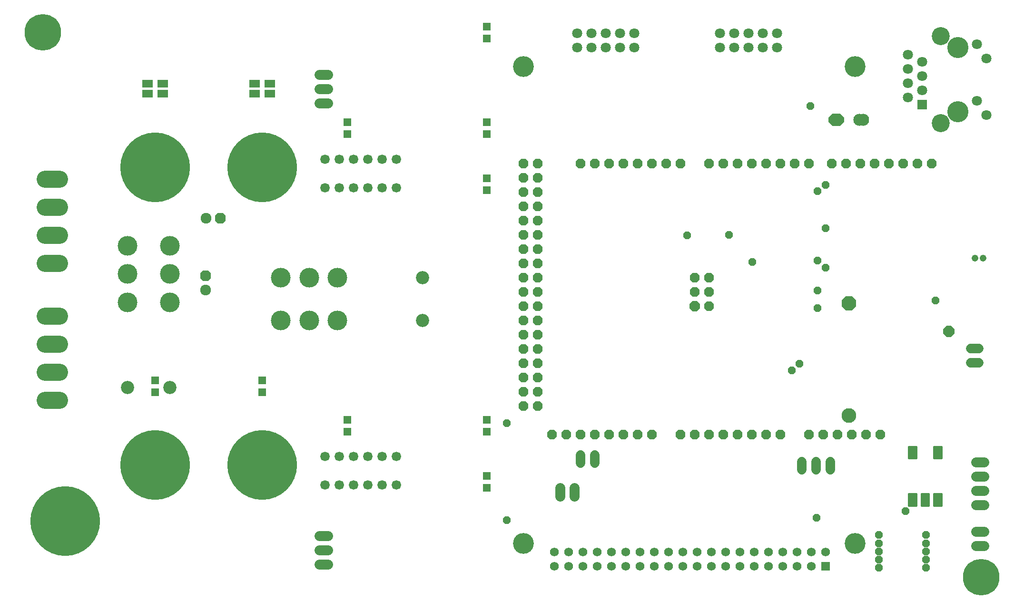
<source format=gbs>
G75*
G70*
%OFA0B0*%
%FSLAX24Y24*%
%IPPOS*%
%LPD*%
%AMOC8*
5,1,8,0,0,1.08239X$1,22.5*
%
%ADD10C,0.0712*%
%ADD11C,0.4885*%
%ADD12C,0.0618*%
%ADD13R,0.0618X0.0618*%
%ADD14C,0.1460*%
%ADD15R,0.0567X0.0567*%
%ADD16C,0.0672*%
%ADD17C,0.0712*%
%ADD18C,0.0476*%
%ADD19OC8,0.0780*%
%ADD20C,0.0840*%
%ADD21OC8,0.0840*%
%ADD22C,0.0099*%
%ADD23R,0.0712X0.0712*%
%ADD24C,0.1480*%
%ADD25C,0.1263*%
%ADD26OC8,0.0756*%
%ADD27C,0.0756*%
%ADD28C,0.1032*%
%ADD29OC8,0.1032*%
%ADD30OC8,0.0665*%
%ADD31OC8,0.0720*%
%ADD32C,0.0665*%
%ADD33R,0.0760X0.0543*%
%ADD34C,0.1200*%
%ADD35C,0.1381*%
%ADD36C,0.0921*%
%ADD37OC8,0.0523*%
%ADD38C,0.2562*%
D10*
X033337Y008211D02*
X033931Y008211D01*
X033931Y009211D02*
X033337Y009211D01*
X033337Y010211D02*
X033931Y010211D01*
X050184Y012989D02*
X050184Y013583D01*
X051184Y013583D02*
X051184Y012989D01*
X079311Y013386D02*
X079905Y013386D01*
X079905Y014386D02*
X079311Y014386D01*
X079311Y015386D02*
X079905Y015386D01*
X079905Y012386D02*
X079311Y012386D01*
X079312Y010511D02*
X079906Y010511D01*
X079906Y009511D02*
X079312Y009511D01*
X033931Y040536D02*
X033337Y040536D01*
X033337Y041536D02*
X033931Y041536D01*
X033931Y042536D02*
X033337Y042536D01*
D11*
X015520Y011248D03*
X021819Y015185D03*
X029319Y015185D03*
X029319Y036051D03*
X021819Y036051D03*
D12*
X049784Y009086D03*
X050784Y009086D03*
X051784Y009086D03*
X052784Y009086D03*
X053784Y009086D03*
X054784Y009086D03*
X055784Y009086D03*
X056784Y009086D03*
X057784Y009086D03*
X058784Y009086D03*
X059784Y009086D03*
X060784Y009086D03*
X061784Y009086D03*
X062784Y009086D03*
X063784Y009086D03*
X064784Y009086D03*
X065784Y009086D03*
X066784Y009086D03*
X067784Y009086D03*
X068784Y009086D03*
X067784Y008086D03*
X066784Y008086D03*
X065784Y008086D03*
X064784Y008086D03*
X063784Y008086D03*
X062784Y008086D03*
X061784Y008086D03*
X060784Y008086D03*
X059784Y008086D03*
X058784Y008086D03*
X057784Y008086D03*
X056784Y008086D03*
X055784Y008086D03*
X054784Y008086D03*
X053784Y008086D03*
X052784Y008086D03*
X051784Y008086D03*
X050784Y008086D03*
X049784Y008086D03*
D13*
X068784Y008086D03*
D14*
X070847Y009661D03*
X047619Y009661D03*
X047619Y043125D03*
X070847Y043125D03*
D15*
X045048Y045086D03*
X045048Y045913D03*
X045048Y039220D03*
X045048Y038393D03*
X045048Y035283D03*
X045048Y034456D03*
X035303Y038393D03*
X035303Y039220D03*
X029319Y021110D03*
X029319Y020283D03*
X035303Y018354D03*
X035303Y017527D03*
X045048Y017527D03*
X045048Y018354D03*
X045048Y014417D03*
X045048Y013590D03*
X021819Y020283D03*
X021819Y021110D03*
D16*
X051634Y015866D02*
X051634Y015306D01*
X052634Y015306D02*
X052634Y015866D01*
X067134Y015416D02*
X067134Y014856D01*
X068134Y014856D02*
X068134Y015416D01*
X069134Y015416D02*
X069134Y014856D01*
X078954Y022336D02*
X079514Y022336D01*
X079514Y023336D02*
X078954Y023336D01*
D17*
X080059Y039696D03*
X079390Y040696D03*
X075559Y041436D03*
X074559Y041936D03*
X074559Y040936D03*
X075559Y042436D03*
X074559Y042936D03*
X075559Y043436D03*
X074559Y043936D03*
X079390Y044676D03*
X080059Y043676D03*
X065384Y044436D03*
X065384Y045436D03*
X064384Y045436D03*
X063384Y045436D03*
X062384Y045436D03*
X061384Y045436D03*
X061384Y044436D03*
X062384Y044436D03*
X063384Y044436D03*
X064384Y044436D03*
X055384Y044436D03*
X055384Y045436D03*
X054384Y045436D03*
X053384Y045436D03*
X052384Y045436D03*
X051384Y045436D03*
X051384Y044436D03*
X052384Y044436D03*
X053384Y044436D03*
X054384Y044436D03*
D18*
X079259Y029686D03*
X079810Y029686D03*
D19*
X077409Y024536D03*
D20*
X071409Y039386D03*
X071159Y039386D03*
D21*
X069659Y039386D03*
X069409Y039386D03*
D22*
X075151Y016470D02*
X075151Y015632D01*
X074589Y015632D01*
X074589Y016470D01*
X075151Y016470D01*
X075151Y015730D02*
X074589Y015730D01*
X074589Y015828D02*
X075151Y015828D01*
X075151Y015926D02*
X074589Y015926D01*
X074589Y016024D02*
X075151Y016024D01*
X075151Y016122D02*
X074589Y016122D01*
X074589Y016220D02*
X075151Y016220D01*
X075151Y016318D02*
X074589Y016318D01*
X074589Y016416D02*
X075151Y016416D01*
X076923Y016470D02*
X076923Y015632D01*
X076361Y015632D01*
X076361Y016470D01*
X076923Y016470D01*
X076923Y015730D02*
X076361Y015730D01*
X076361Y015828D02*
X076923Y015828D01*
X076923Y015926D02*
X076361Y015926D01*
X076361Y016024D02*
X076923Y016024D01*
X076923Y016122D02*
X076361Y016122D01*
X076361Y016220D02*
X076923Y016220D01*
X076923Y016318D02*
X076361Y016318D01*
X076361Y016416D02*
X076923Y016416D01*
X076923Y013163D02*
X076923Y012325D01*
X076361Y012325D01*
X076361Y013163D01*
X076923Y013163D01*
X076923Y012423D02*
X076361Y012423D01*
X076361Y012521D02*
X076923Y012521D01*
X076923Y012619D02*
X076361Y012619D01*
X076361Y012717D02*
X076923Y012717D01*
X076923Y012815D02*
X076361Y012815D01*
X076361Y012913D02*
X076923Y012913D01*
X076923Y013011D02*
X076361Y013011D01*
X076361Y013109D02*
X076923Y013109D01*
X076037Y013163D02*
X076037Y012325D01*
X075475Y012325D01*
X075475Y013163D01*
X076037Y013163D01*
X076037Y012423D02*
X075475Y012423D01*
X075475Y012521D02*
X076037Y012521D01*
X076037Y012619D02*
X075475Y012619D01*
X075475Y012717D02*
X076037Y012717D01*
X076037Y012815D02*
X075475Y012815D01*
X075475Y012913D02*
X076037Y012913D01*
X076037Y013011D02*
X075475Y013011D01*
X075475Y013109D02*
X076037Y013109D01*
X075151Y013163D02*
X075151Y012325D01*
X074589Y012325D01*
X074589Y013163D01*
X075151Y013163D01*
X075151Y012423D02*
X074589Y012423D01*
X074589Y012521D02*
X075151Y012521D01*
X075151Y012619D02*
X074589Y012619D01*
X074589Y012717D02*
X075151Y012717D01*
X075151Y012815D02*
X074589Y012815D01*
X074589Y012913D02*
X075151Y012913D01*
X075151Y013011D02*
X074589Y013011D01*
X074589Y013109D02*
X075151Y013109D01*
D23*
X075559Y040436D03*
D24*
X078059Y039936D03*
X078059Y044436D03*
D25*
X076858Y045237D03*
X076858Y039135D03*
D26*
X026384Y032486D03*
X025359Y028436D03*
D27*
X025359Y027436D03*
X025384Y032486D03*
D28*
X070409Y018656D03*
D29*
X070409Y026526D03*
D30*
X060634Y026311D03*
X060634Y027311D03*
X059634Y027311D03*
X059634Y028311D03*
X060634Y028311D03*
X048634Y028311D03*
X048634Y029311D03*
X047634Y029311D03*
X047634Y028311D03*
X047634Y027311D03*
X048634Y027311D03*
X048634Y026311D03*
X047634Y026311D03*
X047634Y025311D03*
X048634Y025311D03*
X048634Y024311D03*
X047634Y024311D03*
X047634Y023311D03*
X048634Y023311D03*
X048634Y022311D03*
X047634Y022311D03*
X047634Y021311D03*
X048634Y021311D03*
X048634Y020311D03*
X047634Y020311D03*
X047634Y019311D03*
X048634Y019311D03*
X049634Y017311D03*
X050634Y017311D03*
X051634Y017311D03*
X052634Y017311D03*
X053634Y017311D03*
X054634Y017311D03*
X055634Y017311D03*
X056634Y017311D03*
X058634Y017311D03*
X059634Y017311D03*
X060634Y017311D03*
X061634Y017311D03*
X062634Y017311D03*
X063634Y017311D03*
X064634Y017311D03*
X065634Y017311D03*
X067634Y017311D03*
X068634Y017311D03*
X069634Y017311D03*
X070634Y017311D03*
X071634Y017311D03*
X072634Y017311D03*
X048634Y030311D03*
X047634Y030311D03*
X047634Y031311D03*
X048634Y031311D03*
X048634Y032311D03*
X048634Y033311D03*
X047634Y033311D03*
X047634Y032311D03*
X047634Y034311D03*
X048634Y034311D03*
X048634Y035311D03*
X047634Y035311D03*
X047634Y036311D03*
X048634Y036311D03*
X051634Y036311D03*
X052634Y036311D03*
X053634Y036311D03*
X054634Y036311D03*
X055634Y036311D03*
X056634Y036311D03*
X057634Y036311D03*
X058634Y036311D03*
X060634Y036311D03*
X061634Y036311D03*
X062634Y036311D03*
X063634Y036311D03*
X064634Y036311D03*
X065634Y036311D03*
X066634Y036311D03*
X067634Y036311D03*
X069234Y036311D03*
X070234Y036311D03*
X071234Y036311D03*
X072234Y036311D03*
X073234Y036311D03*
X074234Y036311D03*
X075234Y036311D03*
X076234Y036311D03*
D31*
X059634Y026311D03*
D32*
X038734Y034611D03*
X037734Y034611D03*
X036734Y034611D03*
X035734Y034611D03*
X034734Y034611D03*
X033734Y034611D03*
X033734Y036611D03*
X034734Y036611D03*
X035734Y036611D03*
X036734Y036611D03*
X037734Y036611D03*
X038734Y036611D03*
X038734Y015761D03*
X037734Y015761D03*
X036734Y015761D03*
X035734Y015761D03*
X034734Y015761D03*
X033734Y015761D03*
X033734Y013761D03*
X034734Y013761D03*
X035734Y013761D03*
X036734Y013761D03*
X037734Y013761D03*
X038734Y013761D03*
D33*
X029851Y041218D03*
X029851Y041907D03*
X028788Y041907D03*
X028788Y041218D03*
X022351Y041218D03*
X022351Y041907D03*
X021288Y041907D03*
X021288Y041218D03*
D34*
X015134Y035211D02*
X014134Y035211D01*
X014134Y033242D02*
X015134Y033242D01*
X015134Y031274D02*
X014134Y031274D01*
X014134Y029305D02*
X015134Y029305D01*
X015134Y025611D02*
X014134Y025611D01*
X014134Y023642D02*
X015134Y023642D01*
X015134Y021674D02*
X014134Y021674D01*
X014134Y019705D02*
X015134Y019705D01*
D35*
X019896Y026578D03*
X022872Y026578D03*
X022872Y028562D03*
X019896Y028562D03*
X019896Y030546D03*
X022872Y030546D03*
X030623Y028299D03*
X032608Y028299D03*
X034592Y028299D03*
X034592Y025323D03*
X032608Y025323D03*
X030623Y025323D03*
D36*
X022872Y020625D03*
X019896Y020625D03*
X040545Y025323D03*
X040545Y028299D03*
D37*
X059084Y031261D03*
X062009Y031311D03*
X063659Y029411D03*
X068209Y029511D03*
X068784Y029011D03*
X068209Y027411D03*
X068209Y026161D03*
X066959Y022261D03*
X066409Y021811D03*
X076484Y026711D03*
X068784Y031786D03*
X068209Y034386D03*
X068784Y034811D03*
X067709Y040336D03*
X046459Y018111D03*
X046459Y011311D03*
X068159Y011461D03*
X072509Y010261D03*
X072509Y009686D03*
X072509Y009111D03*
X072509Y008536D03*
X072509Y007961D03*
X075809Y007961D03*
X075809Y008536D03*
X075809Y009111D03*
X075809Y009686D03*
X075809Y010261D03*
X074384Y011936D03*
D38*
X079693Y007311D03*
X013945Y045500D03*
M02*

</source>
